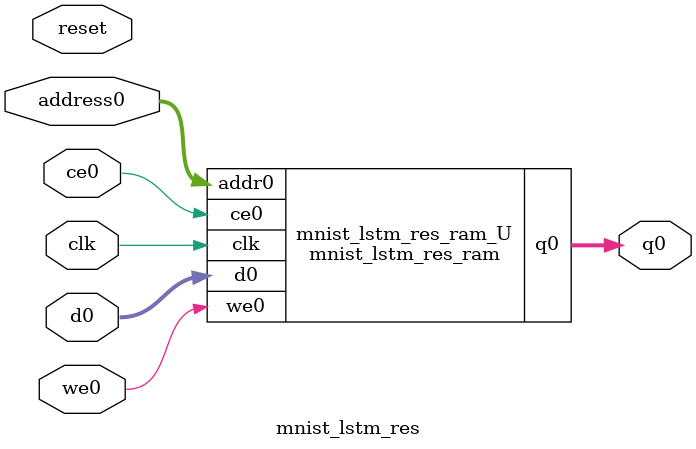
<source format=v>
`timescale 1 ns / 1 ps
module mnist_lstm_res_ram (addr0, ce0, d0, we0, q0,  clk);

parameter DWIDTH = 32;
parameter AWIDTH = 4;
parameter MEM_SIZE = 10;

input[AWIDTH-1:0] addr0;
input ce0;
input[DWIDTH-1:0] d0;
input we0;
output reg[DWIDTH-1:0] q0;
input clk;

(* ram_style = "distributed" *)reg [DWIDTH-1:0] ram[0:MEM_SIZE-1];




always @(posedge clk)  
begin 
    if (ce0) begin
        if (we0) 
            ram[addr0] <= d0; 
        q0 <= ram[addr0];
    end
end


endmodule

`timescale 1 ns / 1 ps
module mnist_lstm_res(
    reset,
    clk,
    address0,
    ce0,
    we0,
    d0,
    q0);

parameter DataWidth = 32'd32;
parameter AddressRange = 32'd10;
parameter AddressWidth = 32'd4;
input reset;
input clk;
input[AddressWidth - 1:0] address0;
input ce0;
input we0;
input[DataWidth - 1:0] d0;
output[DataWidth - 1:0] q0;



mnist_lstm_res_ram mnist_lstm_res_ram_U(
    .clk( clk ),
    .addr0( address0 ),
    .ce0( ce0 ),
    .we0( we0 ),
    .d0( d0 ),
    .q0( q0 ));

endmodule


</source>
